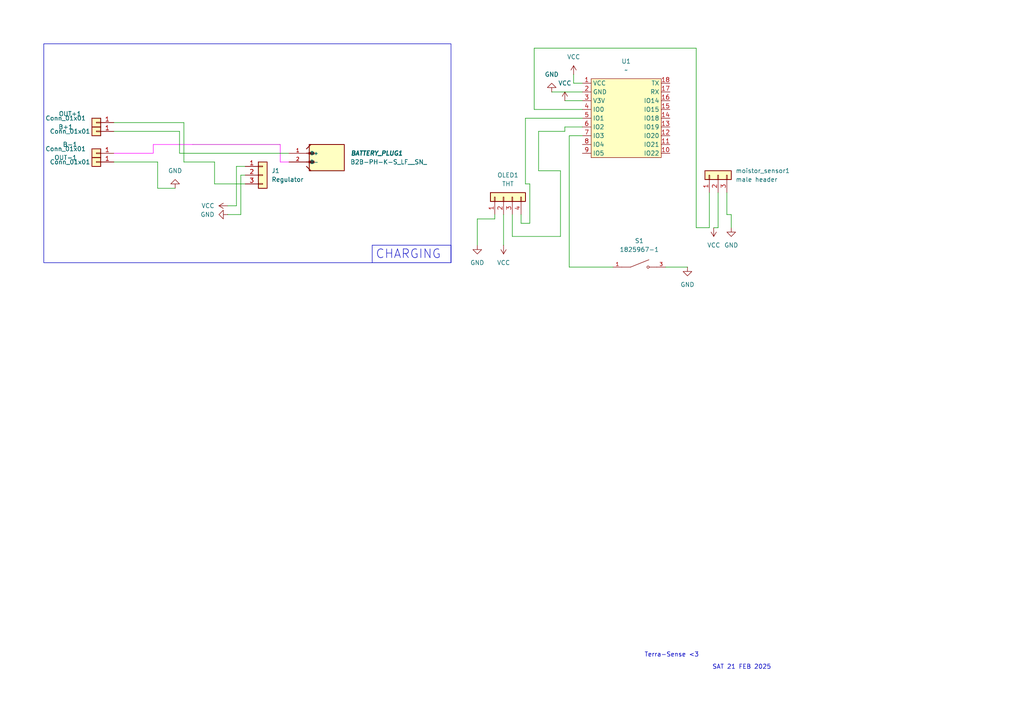
<source format=kicad_sch>
(kicad_sch (version 20250114) (generator "eeschema") (generator_version "9.0")
  (paper "A4")
  (lib_symbols
    (symbol "2mm ph plug:B2B-PH-K-S_LF__SN_" (pin_names (offset 1.016))
      (property "Reference" "J1" (at 7.62 2.5401 0))
      (property "Value" "B2B-PH-K-S_LF__SN_" (at 7.62 0.0001 0))
      (symbol "B2B-PH-K-S_LF__SN__0_0"
        (polyline (pts (xy -5.08 3.81) (xy -3.81 5.08)) (stroke (width 0.254)))
        (polyline (pts (xy -5.08 2.54) (xy -3.175 2.54)) (stroke (width 0.254)))
        (polyline (pts (xy -5.08 0) (xy -3.175 0)) (stroke (width 0.254)))
        (polyline (pts (xy -5.08 -1.27) (xy -3.81 -2.54)) (stroke (width 0.254)))
        (rectangle (start -4.445 2.2225) (end -2.8575 2.8575) (stroke (width 0.1)) (fill (type outline)))
        (rectangle (start -4.445 -0.3175) (end -2.8575 0.3175) (stroke (width 0.1)) (fill (type outline)))
        (rectangle (start -4.2863 5.08) (end 5.8738 -2.54) (stroke (width 0.254)) (fill (type background)))
      )
      (symbol "B2B-PH-K-S_LF__SN__1_0"
        (pin passive line (at -10.16 2.54 0) (length 5.08) (name "B+") (number "1"))
        (pin passive line (at -10.16 0 0) (length 5.08) (name "B-") (number "2"))
      )
    )
    (symbol "Conn_01x03_1" (pin_names (offset 1.016) (hide yes))
      (property "Reference" "moistor_sensor1" (at 1.2701 -5.08 90))
      (property "Value" "male header" (at -1.2699 -5.08 90))
      (symbol "Conn_01x03_1_1_1"
        (rectangle (start -1.27 3.81) (end 1.27 -3.81) (stroke (width 0.254)) (fill (type background)))
        (rectangle (start -1.27 2.667) (end 0 2.413) (stroke (width 0.1524)))
        (rectangle (start -1.27 0.127) (end 0 -0.127) (stroke (width 0.1524)))
        (rectangle (start -1.27 -2.413) (end 0 -2.667) (stroke (width 0.1524)))
        (pin passive line (at -5.08 2.54 0) (length 3.81) (name "AOUT") (number "1"))
        (pin passive line (at -5.08 0 0) (length 3.81) (name "VCC") (number "2"))
        (pin passive line (at -5.08 -2.54 0) (length 3.81) (name "GND") (number "3"))
      )
    )
    (symbol "Conn_01x04_1" (pin_names (offset 1.016) (hide yes))
      (property "Reference" "OLED1" (at 6.35 -1.27 90))
      (property "Value" "THT" (at 3.81 -1.27 90))
      (symbol "Conn_01x04_1_1_1"
        (rectangle (start -1.27 3.81) (end 1.27 -6.35) (stroke (width 0.254)) (fill (type background)))
        (rectangle (start -1.27 2.667) (end 0 2.413) (stroke (width 0.1524)))
        (rectangle (start -1.27 0.127) (end 0 -0.127) (stroke (width 0.1524)))
        (rectangle (start -1.27 -2.413) (end 0 -2.667) (stroke (width 0.1524)))
        (rectangle (start -1.27 -4.953) (end 0 -5.207) (stroke (width 0.1524)))
        (pin passive line (at -5.08 2.54 0) (length 3.81) (name "GND") (number "1"))
        (pin passive line (at -5.08 0 0) (length 3.81) (name "VCC") (number "2"))
        (pin passive line (at -5.08 -2.54 0) (length 3.81) (name "SCL") (number "3"))
        (pin passive line (at -5.08 -5.08 0) (length 3.81) (name "SDA") (number "4"))
      )
    )
    (symbol "Connector_Generic:Conn_01x01" (pin_names (offset 1.016) (hide yes))
      (property "Reference" "J" (at 0 2.54 0))
      (property "Value" "Conn_01x01" (at 0 -2.54 0))
      (symbol "Conn_01x01_1_1"
        (rectangle (start -1.27 1.27) (end 1.27 -1.27) (stroke (width 0.254)) (fill (type background)))
        (rectangle (start -1.27 0.127) (end 0 -0.127) (stroke (width 0.1524)))
        (pin passive line (at -5.08 0 0) (length 3.81) (name "Pin_1") (number "1"))
      )
    )
    (symbol "Connector_Generic:Conn_01x03" (pin_names (offset 1.016) (hide yes))
      (property "Reference" "J1" (at 2.54 1.2701 0))
      (property "Value" "Regulator" (at 2.54 -1.2699 0))
      (symbol "Conn_01x03_1_1"
        (rectangle (start -1.27 3.81) (end 1.27 -3.81) (stroke (width 0.254)) (fill (type background)))
        (rectangle (start -1.27 2.667) (end 0 2.413) (stroke (width 0.1524)))
        (rectangle (start -1.27 0.127) (end 0 -0.127) (stroke (width 0.1524)))
        (rectangle (start -1.27 -2.413) (end 0 -2.667) (stroke (width 0.1524)))
        (pin passive line (at -5.08 2.54 0) (length 3.81) (name "VO") (number "1"))
        (pin passive line (at -5.08 0 0) (length 3.81) (name "G") (number "2"))
        (pin passive line (at -5.08 -2.54 0) (length 3.81) (name "VI") (number "3"))
      )
    )
    (symbol "Waveshare-ESP32:Waveshare-ESP32-C6-Zero"
      (property "Reference" "U" (at -9.652 12.446 0))
      (symbol "Waveshare-ESP32-C6-Zero_1_1"
        (rectangle (start -10.16 11.43) (end 10.16 -11.43) (fill (type background)))
        (pin power_in line (at -12.7 10.16 0) (length 2.54) (name "VCC") (number "1"))
        (pin power_in line (at -12.7 7.62 0) (length 2.54) (name "GND") (number "2"))
        (pin power_out line (at -12.7 5.08 0) (length 2.54) (name "V3V") (number "3"))
        (pin bidirectional line (at -12.7 2.54 0) (length 2.54) (name "IO0") (number "4"))
        (pin bidirectional line (at -12.7 0 0) (length 2.54) (name "IO1") (number "5"))
        (pin bidirectional line (at -12.7 -2.54 0) (length 2.54) (name "IO2") (number "6"))
        (pin bidirectional line (at -12.7 -5.08 0) (length 2.54) (name "IO3") (number "7"))
        (pin bidirectional line (at -12.7 -7.62 0) (length 2.54) (name "IO4") (number "8"))
        (pin bidirectional line (at -12.7 -10.16 0) (length 2.54) (name "IO5") (number "9"))
        (pin bidirectional line (at 12.7 10.16 180) (length 2.54) (name "TX") (number "18"))
        (pin bidirectional line (at 12.7 7.62 180) (length 2.54) (name "RX") (number "17"))
        (pin bidirectional line (at 12.7 5.08 180) (length 2.54) (name "IO14") (number "16"))
        (pin bidirectional line (at 12.7 2.54 180) (length 2.54) (name "IO15") (number "15"))
        (pin bidirectional line (at 12.7 0 180) (length 2.54) (name "IO18") (number "14"))
        (pin bidirectional line (at 12.7 -2.54 180) (length 2.54) (name "IO19") (number "13"))
        (pin bidirectional line (at 12.7 -5.08 180) (length 2.54) (name "IO20") (number "12"))
        (pin bidirectional line (at 12.7 -7.62 180) (length 2.54) (name "IO21") (number "11"))
        (pin bidirectional line (at 12.7 -10.16 180) (length 2.54) (name "IO22") (number "10"))
      )
    )
    (symbol "power:GND" (power) (pin_numbers (hide yes)) (pin_names (offset 0) (hide yes))
      (property "Value" "GND" (at 0 -3.81 0))
      (symbol "GND_0_1"
        (polyline (pts (xy 0 0) (xy 0 -1.27) (xy 1.27 -1.27) (xy 0 -2.54) (xy -1.27 -1.27) (xy 0 -1.27)))
      )
      (symbol "GND_1_1"
        (pin power_in line (at 0 0 270) (length 0) (name "~") (number "1"))
      )
    )
    (symbol "power:VCC" (power) (pin_numbers (hide yes)) (pin_names (offset 0) (hide yes))
      (property "Value" "VCC" (at 0 3.556 0))
      (symbol "VCC_0_1"
        (polyline (pts (xy -0.762 1.27) (xy 0 2.54)))
        (polyline (pts (xy 0 2.54) (xy 0.762 1.27)))
        (polyline (pts (xy 0 0) (xy 0 2.54)))
      )
      (symbol "VCC_1_1"
        (pin power_in line (at 0 0 90) (length 0) (name "~") (number "1"))
      )
    )
    (symbol "regular_switch:1825967-1" (pin_names (offset 1.016))
      (property "Reference" "S" (at -2.54 2.54 0))
      (property "Value" "1825967-1" (at -2.54 -2.54 0))
      (symbol "1825967-1_0_0"
        (polyline (pts (xy -2.54 0) (xy -5.08 0)) (stroke (width 0.1524)))
        (polyline (pts (xy -2.54 0) (xy 2.794 2.1336)) (stroke (width 0.1524)))
        (circle (center 2.54 0) (radius 0.3302) (stroke (width 0.1524)))
        (polyline (pts (xy 5.08 0) (xy 2.921 0)) (stroke (width 0.1524)))
        (pin passive line (at -7.62 0 0) (length 2.54) (name "~") (number "1"))
        (pin passive line (at -7.62 0 0) (length 2.54) (hide yes) (name "~") (number "2"))
        (pin passive line (at 7.62 0 180) (length 2.54) (name "~") (number "3"))
        (pin passive line (at 7.62 0 180) (length 2.54) (hide yes) (name "~") (number "4"))
      )
    )
  )
  (rectangle (start 12.7 12.7) (end 130.81 76.2))
  (text "SAT 21 FEB 2025" (at 215.138 193.548 0) (effects (font (size 1.27 1.27))))
  (text "Terra-Sense <3" (at 194.818 189.992 0) (effects (font (size 1.27 1.27))))
  (text_box "CHARGING" (at 107.95 71.12 0) (size 22.86 5.08) (margins 0.9525 0.9525 0.9525 0.9525) (effects (font (size 2.54 2.54)) (justify left top)))
  (wire (pts (xy 162.56 68.58) (xy 148.59 68.58)))
  (wire (pts (xy 154.94 13.97) (xy 201.93 13.97)))
  (wire (pts (xy 154.94 31.75) (xy 168.91 31.75)))
  (wire (pts (xy 210.82 55.88) (xy 210.82 62.23)))
  (wire (pts (xy 33.02 46.99) (xy 45.72 46.99)))
  (wire (pts (xy 62.23 53.34) (xy 71.12 53.34)))
  (wire (pts (xy 210.82 62.23) (xy 212.09 62.23)))
  (wire (pts (xy 156.21 38.1) (xy 156.21 49.53)))
  (wire (pts (xy 193.04 77.47) (xy 199.39 77.47)))
  (wire (pts (xy 45.72 54.61) (xy 50.8 54.61)))
  (wire (pts (xy 163.83 38.1) (xy 163.83 36.83)))
  (wire (pts (xy 152.4 34.29) (xy 168.91 34.29)))
  (wire (pts (xy 166.37 21.59) (xy 166.37 24.13)))
  (wire (pts (xy 208.28 55.88) (xy 208.28 66.04)))
  (wire (pts (xy 62.23 46.99) (xy 62.23 53.34)))
  (wire (pts (xy 160.02 26.67) (xy 168.91 26.67)))
  (wire (pts (xy 68.58 48.26) (xy 71.12 48.26)))
  (wire (pts (xy 165.1 39.37) (xy 165.1 77.47)))
  (wire (pts (xy 201.93 13.97) (xy 201.93 66.04)))
  (wire (pts (xy 166.37 24.13) (xy 168.91 24.13)))
  (wire (pts (xy 208.28 66.04) (xy 207.01 66.04)))
  (wire (pts (xy 81.28 46.99) (xy 83.82 46.99)) (stroke (width 0) (color 255 0 255 1)))
  (wire (pts (xy 138.43 71.12) (xy 138.43 63.5)))
  (wire (pts (xy 33.02 44.45) (xy 44.45 44.45)) (stroke (width 0) (color 255 0 255 1)))
  (wire (pts (xy 52.07 38.1) (xy 52.07 44.45)))
  (wire (pts (xy 81.28 41.91) (xy 81.28 46.99)) (stroke (width 0) (color 255 0 255 1)))
  (wire (pts (xy 151.13 64.77) (xy 153.67 64.77)))
  (wire (pts (xy 148.59 62.23) (xy 148.59 68.58)))
  (wire (pts (xy 201.93 66.04) (xy 205.74 66.04)))
  (wire (pts (xy 69.85 50.8) (xy 71.12 50.8)))
  (wire (pts (xy 163.83 29.21) (xy 168.91 29.21)))
  (wire (pts (xy 52.07 44.45) (xy 83.82 44.45)))
  (wire (pts (xy 163.83 36.83) (xy 168.91 36.83)))
  (wire (pts (xy 153.67 53.34) (xy 153.67 64.77)))
  (wire (pts (xy 69.85 62.23) (xy 66.04 62.23)))
  (wire (pts (xy 205.74 66.04) (xy 205.74 55.88)))
  (wire (pts (xy 55.88 41.91) (xy 81.28 41.91)) (stroke (width 0) (color 194 0 194 1)))
  (wire (pts (xy 152.4 34.29) (xy 152.4 53.34)))
  (wire (pts (xy 53.34 46.99) (xy 62.23 46.99)))
  (wire (pts (xy 154.94 31.75) (xy 154.94 13.97)))
  (wire (pts (xy 212.09 62.23) (xy 212.09 66.04)))
  (wire (pts (xy 146.05 62.23) (xy 146.05 71.12)))
  (wire (pts (xy 152.4 53.34) (xy 153.67 53.34)))
  (wire (pts (xy 156.21 38.1) (xy 163.83 38.1)))
  (wire (pts (xy 44.45 41.91) (xy 55.88 41.91)) (stroke (width 0) (color 255 0 255 1)))
  (wire (pts (xy 33.02 35.56) (xy 53.34 35.56)))
  (wire (pts (xy 68.58 59.69) (xy 66.04 59.69)))
  (wire (pts (xy 69.85 50.8) (xy 69.85 62.23)))
  (wire (pts (xy 143.51 63.5) (xy 143.51 62.23)))
  (wire (pts (xy 156.21 49.53) (xy 162.56 49.53)))
  (wire (pts (xy 45.72 46.99) (xy 45.72 54.61)))
  (wire (pts (xy 68.58 48.26) (xy 68.58 59.69)))
  (wire (pts (xy 33.02 38.1) (xy 52.07 38.1)))
  (wire (pts (xy 53.34 35.56) (xy 53.34 46.99)))
  (wire (pts (xy 44.45 44.45) (xy 44.45 41.91)) (stroke (width 0) (color 255 0 255 1)))
  (wire (pts (xy 151.13 62.23) (xy 151.13 64.77)))
  (wire (pts (xy 168.91 39.37) (xy 165.1 39.37)))
  (wire (pts (xy 138.43 63.5) (xy 143.51 63.5)))
  (wire (pts (xy 162.56 49.53) (xy 162.56 68.58)))
  (wire (pts (xy 165.1 77.47) (xy 177.8 77.47)))
  (symbol (lib_id "power:VCC") (at 66.04 59.69 90) (unit 1)
    (property "Reference" "#PWR03" (effects (hide yes)))
    (property "Value" "VCC" (at 62.23 59.6899 90) (effects (justify left)))
    (property "Description" "Power symbol creates a global label with name \"VCC\"" (effects (hide yes)))
  )
  (symbol (lib_id "power:GND") (at 50.8 54.61 180) (unit 1)
    (property "Reference" "#PWR01" (effects (hide yes)))
    (property "Value" "GND" (at 50.8 49.53 0))
    (property "Description" "Power symbol creates a global label with name \"GND\" , ground" (effects (hide yes)))
  )
  (symbol (lib_id "power:GND") (at 199.39 77.47 0) (unit 1)
    (property "Reference" "#PWR011" (effects (hide yes)))
    (property "Value" "GND" (at 199.39 82.55 0))
    (property "Description" "Power symbol creates a global label with name \"GND\" , ground" (effects (hide yes)))
  )
  (symbol (lib_id "Connector_Generic:Conn_01x01") (at 27.94 46.99 180) (unit 1)
    (property "Reference" "OUT-1" (at 19.05 45.72 0))
    (property "Value" "Conn_01x01" (at 20.32 46.99 0))
    (property "Footprint" "PinHeader_1x01_P2.00mm_Vertical" (effects (hide yes)))
    (property "Description" "Generic connector, single row, 01x01, script generated (kicad-library-utils/schlib/autogen/connector/)" (effects (hide yes)))
  )
  (symbol (lib_id "2mm ph plug:B2B-PH-K-S_LF__SN_") (at 93.98 46.99 0) (unit 1)
    (property "Reference" "BATTERY_PLUG1" (at 101.6 44.45 0) (effects (font (thickness 0.254) (bold yes) (italic yes)) (justify left)))
    (property "Value" "B2B-PH-K-S_LF__SN_" (at 101.6 46.9899 0) (effects (justify left)))
    (property "Footprint" "2MM PH header:JST_B2B-PH-K-S_LF__SN_" (effects (hide yes)))
    (property "MF" "JST" (effects (hide yes)))
    (property "Description_1" "Connector Header Through Hole 2 position 0.079 (2.00mm)" (effects (hide yes)))
    (property "Package" "None" (effects (hide yes)))
    (property "Price" "None" (effects (hide yes)))
    (property "Check_prices" "https://www.snapeda.com/parts/B2B-PH-K-S%20(LF)(SN)/JST/view-part/?ref=eda" (effects (hide yes)))
    (property "SnapEDA_Link" "https://www.snapeda.com/parts/B2B-PH-K-S%20(LF)(SN)/JST/view-part/?ref=snap" (effects (hide yes)))
    (property "MP" "B2B-PH-K-S (LF)(SN)" (effects (hide yes)))
    (property "Availability" "In Stock" (effects (hide yes)))
    (property "MANUFACTURER" "JST" (effects (hide yes)))
  )
  (symbol (lib_id "power:VCC") (at 163.83 29.21 0) (unit 1)
    (property "Reference" "#PWR06" (effects (hide yes)))
    (property "Value" "VCC" (at 163.83 24.13 0))
    (property "Description" "Power symbol creates a global label with name \"VCC\"" (effects (hide yes)))
  )
  (symbol (lib_id "Waveshare-ESP32:Waveshare-ESP32-C6-Zero") (at 181.61 34.29 0) (unit 1)
    (property "Reference" "U1" (at 181.61 17.78 0))
    (property "Value" "~" (at 181.61 20.32 0))
    (property "Footprint" "WAVESHARE_esp32-c6-MINI:Waveshare-ESP32-C6-Zero" (effects (hide yes)))
    (property "Datasheet" "https://www.waveshare.com/wiki/ESP32-C6-Zero" (effects (hide yes)))
  )
  (symbol (lib_name "Conn_01x04_1") (lib_id "Connector_Generic:Conn_01x04") (at 146.05 57.15 90) (unit 1)
    (property "Reference" "OLED1" (at 147.32 50.8 90))
    (property "Value" "THT" (at 147.32 53.34 90))
    (property "Footprint" "Connector_PinHeader_2.54mm:PinHeader_1x04_P2.54mm_Vertical" (effects (hide yes)))
    (property "Description" "Generic connector, single row, 01x04, script generated (kicad-library-utils/schlib/autogen/connector/)" (effects (hide yes)))
  )
  (symbol (lib_id "power:GND") (at 212.09 66.04 0) (unit 1)
    (property "Reference" "#PWR010" (effects (hide yes)))
    (property "Value" "GND" (at 212.09 71.12 0))
    (property "Description" "Power symbol creates a global label with name \"GND\" , ground" (effects (hide yes)))
  )
  (symbol (lib_id "power:VCC") (at 146.05 71.12 180) (unit 1)
    (property "Reference" "#PWR08" (effects (hide yes)))
    (property "Value" "VCC" (at 146.05 76.2 0))
    (property "Description" "Power symbol creates a global label with name \"VCC\"" (effects (hide yes)))
  )
  (symbol (lib_id "power:VCC") (at 207.01 66.04 180) (unit 1)
    (property "Reference" "#PWR09" (effects (hide yes)))
    (property "Value" "VCC" (at 207.01 71.12 0))
    (property "Description" "Power symbol creates a global label with name \"VCC\"" (effects (hide yes)))
  )
  (symbol (lib_id "Connector_Generic:Conn_01x03") (at 76.2 50.8 0) (unit 1)
    (property "Reference" "J1" (at 78.74 49.5299 0) (effects (justify left)))
    (property "Value" "Regulator" (at 78.74 52.0699 0) (effects (justify left)))
    (property "Footprint" "Connector_PinHeader_2.00mm:PinHeader_1x03_P2.00mm_Horizontal" (effects (hide yes)))
    (property "Description" "Generic connector, single row, 01x03, script generated (kicad-library-utils/schlib/autogen/connector/)" (effects (hide yes)))
  )
  (symbol (lib_id "power:GND") (at 66.04 62.23 270) (unit 1)
    (property "Reference" "#PWR02" (effects (hide yes)))
    (property "Value" "GND" (at 62.23 62.2299 90) (effects (justify right)))
    (property "Description" "Power symbol creates a global label with name \"GND\" , ground" (effects (hide yes)))
  )
  (symbol (lib_id "regular_switch:1825967-1") (at 185.42 77.47 0) (unit 1)
    (property "Reference" "S1" (at 185.42 69.85 0))
    (property "Value" "1825967-1" (at 185.42 72.39 0))
    (property "Footprint" "regular_switch:regular_switch" (effects (hide yes)))
    (property "Comment" "1825967-1" (effects (hide yes)))
    (property "MF" "TE Connectivity / AMP" (effects (hide yes)))
    (property "MAXIMUM_PACKAGE_HEIGHT" "7.4" (effects (hide yes)))
    (property "Package" "None" (effects (hide yes)))
    (property "Price" "None" (effects (hide yes)))
    (property "Check_prices" "https://www.snapeda.com/parts/1825967-1/TE+Connectivity+%252F+AMP/view-part/?ref=eda" (effects (hide yes)))
    (property "STANDARD" "Manufacturer Recommendations" (effects (hide yes)))
    (property "PARTREV" "E" (effects (hide yes)))
    (property "SnapEDA_Link" "https://www.snapeda.com/parts/1825967-1/TE+Connectivity+%252F+AMP/view-part/?ref=snap" (effects (hide yes)))
    (property "MP" "1825967-1" (effects (hide yes)))
    (property "EU_RoHS_Compliance" "Compliant" (effects (hide yes)))
    (property "Description_1" "Switch Tactile OFF (ON) SPST Round Button PC Pins 0.05A 24VDC 1.57N Thru-Hole" (effects (hide yes)))
    (property "Availability" "In Stock" (effects (hide yes)))
    (property "MANUFACTURER" "TE" (effects (hide yes)))
  )
  (symbol (lib_id "Connector_Generic:Conn_01x01") (at 27.94 35.56 180) (unit 1)
    (property "Reference" "OUT+1" (at 20.32 33.02 0))
    (property "Value" "Conn_01x01" (at 19.05 34.29 0))
    (property "Footprint" "Connector_PinHeader_2.00mm:PinHeader_1x01_P2.00mm_Vertical" (effects (hide yes)))
    (property "Description" "Generic connector, single row, 01x01, script generated (kicad-library-utils/schlib/autogen/connector/)" (effects (hide yes)))
  )
  (symbol (lib_id "power:VCC") (at 166.37 21.59 0) (unit 1)
    (property "Reference" "#PWR04" (effects (hide yes)))
    (property "Value" "VCC" (at 166.37 16.51 0))
    (property "Description" "Power symbol creates a global label with name \"VCC\"" (effects (hide yes)))
  )
  (symbol (lib_id "power:GND") (at 138.43 71.12 0) (unit 1)
    (property "Reference" "#PWR07" (effects (hide yes)))
    (property "Value" "GND" (at 138.43 76.2 0))
    (property "Description" "Power symbol creates a global label with name \"GND\" , ground" (effects (hide yes)))
  )
  (symbol (lib_id "Connector_Generic:Conn_01x01") (at 27.94 38.1 180) (unit 1)
    (property "Reference" "B+1" (at 19.05 36.83 0))
    (property "Value" "Conn_01x01" (at 20.32 38.1 0))
    (property "Footprint" "PinHeader_1x01_P2.00mm_Vertical" (effects (hide yes)))
    (property "Description" "Generic connector, single row, 01x01, script generated (kicad-library-utils/schlib/autogen/connector/)" (effects (hide yes)))
  )
  (symbol (lib_name "Conn_01x03_1") (lib_id "Connector_Generic:Conn_01x03") (at 208.28 50.8 90) (unit 1)
    (property "Reference" "moistor_sensor1" (at 213.36 49.5299 90) (effects (justify right)))
    (property "Value" "male header" (at 213.36 52.0699 90) (effects (justify right)))
    (property "Footprint" "Connector_PinHeader_2.00mm:PinHeader_1x03_P2.00mm_Horizontal" (effects (hide yes)))
    (property "Description" "Generic connector, single row, 01x03, script generated (kicad-library-utils/schlib/autogen/connector/)" (effects (hide yes)))
  )
  (symbol (lib_id "power:GND") (at 160.02 26.67 180) (unit 1)
    (property "Reference" "#PWR05" (effects (hide yes)))
    (property "Value" "GND" (at 160.02 21.59 0))
    (property "Description" "Power symbol creates a global label with name \"GND\" , ground" (effects (hide yes)))
  )
  (symbol (lib_id "Connector_Generic:Conn_01x01") (at 27.94 44.45 180) (unit 1)
    (property "Reference" "B-1" (at 20.32 41.91 0))
    (property "Value" "Conn_01x01" (at 19.05 43.18 0))
    (property "Footprint" "PinHeader_1x01_P2.00mm_Vertical" (effects (hide yes)))
    (property "Description" "Generic connector, single row, 01x01, script generated (kicad-library-utils/schlib/autogen/connector/)" (effects (hide yes)))
  )
)
</source>
